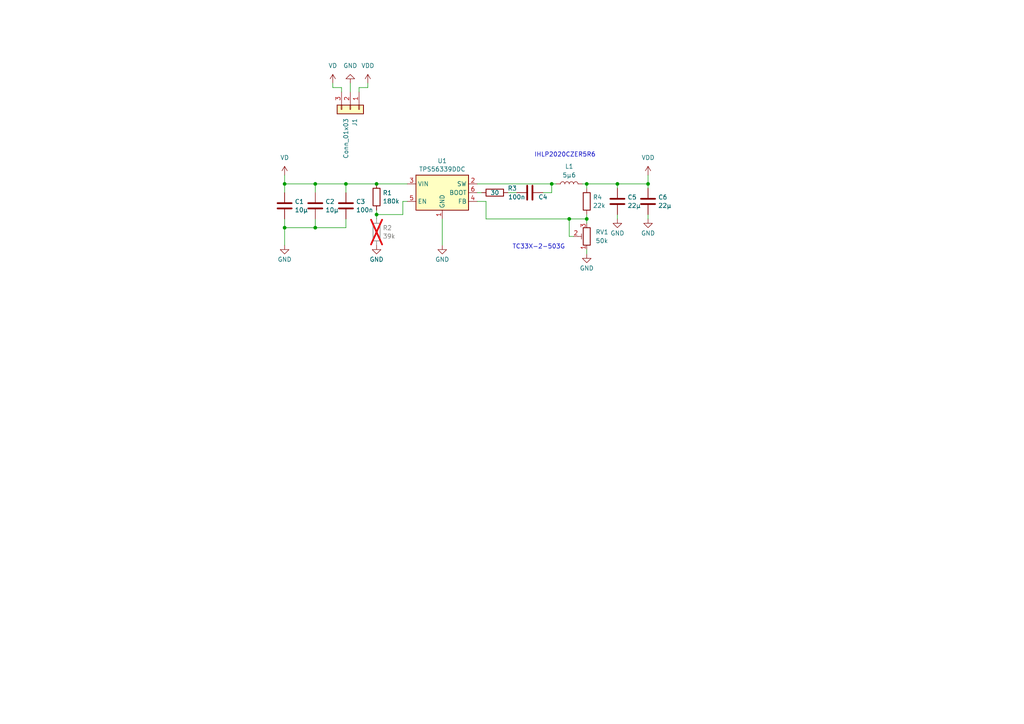
<source format=kicad_sch>
(kicad_sch (version 20230121) (generator eeschema)
  (paper "A4")
  (lib_symbols
    (symbol "Connector_Generic:Conn_01x03" (pin_names (offset 1.016) hide)
      (property "Reference" "J" (at 0 5.08 0))
      (property "Value" "Conn_01x03" (at 0 -5.08 0))
      (symbol "Conn_01x03_1_1"
        (rectangle (start -1.27 -2.413) (end 0 -2.667) (stroke (width 0.1524)))
        (rectangle (start -1.27 0.127) (end 0 -0.127) (stroke (width 0.1524)))
        (rectangle (start -1.27 2.667) (end 0 2.413) (stroke (width 0.1524)))
        (rectangle (start -1.27 3.81) (end 1.27 -3.81) (stroke (width 0.254)) (fill (type background)))
        (pin passive line (at -5.08 2.54 0) (length 3.81) (name "Pin_1") (number "1"))
        (pin passive line (at -5.08 0 0) (length 3.81) (name "Pin_2") (number "2"))
        (pin passive line (at -5.08 -2.54 0) (length 3.81) (name "Pin_3") (number "3"))
      )
    )
    (symbol "Device:C" (pin_numbers hide) (pin_names (offset 0.254))
      (property "Reference" "C" (at 0.635 2.54 0))
      (property "Value" "C" (at 0.635 -2.54 0))
      (symbol "C_0_1"
        (polyline (pts (xy -2.032 -0.762) (xy 2.032 -0.762)) (stroke (width 0.508)))
        (polyline (pts (xy -2.032 0.762) (xy 2.032 0.762)) (stroke (width 0.508)))
      )
      (symbol "C_1_1"
        (pin passive line (at 0 3.81 270) (length 2.794) (name "~") (number "1"))
        (pin passive line (at 0 -3.81 90) (length 2.794) (name "~") (number "2"))
      )
    )
    (symbol "Device:L" (pin_numbers hide) (pin_names (offset 1.016) hide)
      (property "Reference" "L" (at -1.27 0 90))
      (property "Value" "L" (at 1.905 0 90))
      (symbol "L_0_1"
        (arc (start 0 -2.54) (mid 0.6323 -1.905) (end 0 -1.27))
        (arc (start 0 -1.27) (mid 0.6323 -0.635) (end 0 0))
        (arc (start 0 0) (mid 0.6323 0.635) (end 0 1.27))
        (arc (start 0 1.27) (mid 0.6323 1.905) (end 0 2.54))
      )
      (symbol "L_1_1"
        (pin passive line (at 0 3.81 270) (length 1.27) (name "1") (number "1"))
        (pin passive line (at 0 -3.81 90) (length 1.27) (name "2") (number "2"))
      )
    )
    (symbol "Device:R" (pin_numbers hide) (pin_names (offset 0))
      (property "Reference" "R" (at 2.032 0 90))
      (property "Value" "R" (at 0 0 90))
      (symbol "R_0_1"
        (rectangle (start -1.016 -2.54) (end 1.016 2.54) (stroke (width 0.254)))
      )
      (symbol "R_1_1"
        (pin passive line (at 0 3.81 270) (length 1.27) (name "~") (number "1"))
        (pin passive line (at 0 -3.81 90) (length 1.27) (name "~") (number "2"))
      )
    )
    (symbol "Device:R_Potentiometer_Trim" (pin_names (offset 1.016) hide)
      (property "Reference" "RV" (at -4.445 0 90))
      (property "Value" "R_Potentiometer_Trim" (at -2.54 0 90))
      (symbol "R_Potentiometer_Trim_0_1"
        (polyline (pts (xy 1.524 0.762) (xy 1.524 -0.762)))
        (polyline (pts (xy 2.54 0) (xy 1.524 0)))
        (rectangle (start 1.016 2.54) (end -1.016 -2.54) (stroke (width 0.254)))
      )
      (symbol "R_Potentiometer_Trim_1_1"
        (pin passive line (at 0 3.81 270) (length 1.27) (name "1") (number "1"))
        (pin passive line (at 3.81 0 180) (length 1.27) (name "2") (number "2"))
        (pin passive line (at 0 -3.81 90) (length 1.27) (name "3") (number "3"))
      )
    )
    (symbol "Regulator_Switching:TPS56339DDC"
      (property "Reference" "U" (at -7.62 6.35 0))
      (property "Value" "TPS56339DDC" (at -2.54 6.35 0))
      (symbol "TPS56339DDC_0_1"
        (rectangle (start -7.62 5.08) (end 7.62 -5.08) (stroke (width 0.254)) (fill (type background)))
      )
      (symbol "TPS56339DDC_1_1"
        (pin power_in line (at 0 -7.62 90) (length 2.54) (name "GND") (number "1"))
        (pin power_out line (at 10.16 2.54 180) (length 2.54) (name "SW") (number "2"))
        (pin power_in line (at -10.16 2.54 0) (length 2.54) (name "VIN") (number "3"))
        (pin input line (at 10.16 -2.54 180) (length 2.54) (name "FB") (number "4"))
        (pin input line (at -10.16 -2.54 0) (length 2.54) (name "EN") (number "5"))
        (pin passive line (at 10.16 0 180) (length 2.54) (name "BOOT") (number "6"))
      )
    )
    (symbol "power:GND" (power) (pin_names (offset 0))
      (property "Value" "GND" (at 0 -3.81 0))
      (symbol "GND_0_1"
        (polyline (pts (xy 0 0) (xy 0 -1.27) (xy 1.27 -1.27) (xy 0 -2.54) (xy -1.27 -1.27) (xy 0 -1.27)))
      )
      (symbol "GND_1_1"
        (pin power_in line (at 0 0 270) (length 0) hide (name "GND") (number "1"))
      )
    )
    (symbol "power:VD" (power) (pin_names (offset 0))
      (property "Value" "VD" (at 0 3.81 0))
      (symbol "VD_0_1"
        (polyline (pts (xy -0.762 1.27) (xy 0 2.54)))
        (polyline (pts (xy 0 0) (xy 0 2.54)))
        (polyline (pts (xy 0 2.54) (xy 0.762 1.27)))
      )
      (symbol "VD_1_1"
        (pin power_in line (at 0 0 90) (length 0) hide (name "VD") (number "1"))
      )
    )
    (symbol "power:VDD" (power) (pin_names (offset 0))
      (property "Value" "VDD" (at 0 3.81 0))
      (symbol "VDD_0_1"
        (polyline (pts (xy -0.762 1.27) (xy 0 2.54)))
        (polyline (pts (xy 0 0) (xy 0 2.54)))
        (polyline (pts (xy 0 2.54) (xy 0.762 1.27)))
      )
      (symbol "VDD_1_1"
        (pin power_in line (at 0 0 90) (length 0) hide (name "VDD") (number "1"))
      )
    )
  )
  (junction (at 109.22 53.34))
  (junction (at 170.18 63.5))
  (junction (at 91.44 66.04))
  (junction (at 165.1 63.5))
  (junction (at 91.44 53.34))
  (junction (at 187.96 53.34))
  (junction (at 82.55 53.34))
  (junction (at 82.55 66.04))
  (junction (at 100.33 53.34))
  (junction (at 160.02 53.34))
  (junction (at 179.07 53.34))
  (junction (at 109.22 62.23))
  (junction (at 170.18 53.34))
  (wire (pts (xy 104.14 25.4) (xy 106.68 25.4)))
  (wire (pts (xy 170.18 53.34) (xy 179.07 53.34)))
  (wire (pts (xy 160.02 55.88) (xy 157.48 55.88)))
  (wire (pts (xy 82.55 53.34) (xy 82.55 55.88)))
  (wire (pts (xy 116.84 58.42) (xy 118.11 58.42)))
  (wire (pts (xy 165.1 63.5) (xy 170.18 63.5)))
  (wire (pts (xy 109.22 60.96) (xy 109.22 62.23)))
  (wire (pts (xy 100.33 53.34) (xy 109.22 53.34)))
  (wire (pts (xy 165.1 68.58) (xy 165.1 63.5)))
  (wire (pts (xy 91.44 53.34) (xy 100.33 53.34)))
  (wire (pts (xy 82.55 66.04) (xy 82.55 71.12)))
  (wire (pts (xy 179.07 62.23) (xy 179.07 63.5)))
  (wire (pts (xy 91.44 66.04) (xy 82.55 66.04)))
  (wire (pts (xy 128.27 71.12) (xy 128.27 63.5)))
  (wire (pts (xy 170.18 72.39) (xy 170.18 73.66)))
  (wire (pts (xy 160.02 53.34) (xy 160.02 55.88)))
  (wire (pts (xy 99.06 25.4) (xy 96.52 25.4)))
  (wire (pts (xy 109.22 53.34) (xy 118.11 53.34)))
  (wire (pts (xy 179.07 53.34) (xy 179.07 54.61)))
  (wire (pts (xy 166.37 68.58) (xy 165.1 68.58)))
  (wire (pts (xy 116.84 62.23) (xy 116.84 58.42)))
  (wire (pts (xy 96.52 25.4) (xy 96.52 24.13)))
  (wire (pts (xy 160.02 53.34) (xy 161.29 53.34)))
  (wire (pts (xy 109.22 62.23) (xy 109.22 63.5)))
  (wire (pts (xy 100.33 63.5) (xy 100.33 66.04)))
  (wire (pts (xy 138.43 53.34) (xy 160.02 53.34)))
  (wire (pts (xy 100.33 53.34) (xy 100.33 55.88)))
  (wire (pts (xy 104.14 26.67) (xy 104.14 25.4)))
  (wire (pts (xy 106.68 25.4) (xy 106.68 24.13)))
  (wire (pts (xy 100.33 66.04) (xy 91.44 66.04)))
  (wire (pts (xy 170.18 53.34) (xy 170.18 54.61)))
  (wire (pts (xy 91.44 55.88) (xy 91.44 53.34)))
  (wire (pts (xy 109.22 62.23) (xy 116.84 62.23)))
  (wire (pts (xy 82.55 53.34) (xy 91.44 53.34)))
  (wire (pts (xy 91.44 63.5) (xy 91.44 66.04)))
  (wire (pts (xy 147.32 55.88) (xy 149.86 55.88)))
  (wire (pts (xy 187.96 53.34) (xy 187.96 54.61)))
  (wire (pts (xy 140.97 58.42) (xy 140.97 63.5)))
  (wire (pts (xy 187.96 50.8) (xy 187.96 53.34)))
  (wire (pts (xy 99.06 26.67) (xy 99.06 25.4)))
  (wire (pts (xy 170.18 63.5) (xy 170.18 64.77)))
  (wire (pts (xy 82.55 50.8) (xy 82.55 53.34)))
  (wire (pts (xy 138.43 58.42) (xy 140.97 58.42)))
  (wire (pts (xy 101.6 24.13) (xy 101.6 26.67)))
  (wire (pts (xy 140.97 63.5) (xy 165.1 63.5)))
  (wire (pts (xy 187.96 62.23) (xy 187.96 63.5)))
  (wire (pts (xy 82.55 63.5) (xy 82.55 66.04)))
  (wire (pts (xy 179.07 53.34) (xy 187.96 53.34)))
  (wire (pts (xy 170.18 62.23) (xy 170.18 63.5)))
  (wire (pts (xy 168.91 53.34) (xy 170.18 53.34)))
  (wire (pts (xy 138.43 55.88) (xy 139.7 55.88)))
  (text "TC33X-2-503G" (at 148.59 72.39 0) (effects (font (size 1.27 1.27)) (justify left bottom)))
  (text "IHLP2020CZER5R6" (at 154.94 45.72 0) (effects (font (size 1.27 1.27)) (justify left bottom)))
  (symbol (lib_id "power:GND") (at 82.55 71.12 0) (unit 1)
    (property "Reference" "#PWR01" (effects hide))
    (property "Value" "GND" (at 82.55 75.2531 0))
  )
  (symbol (lib_id "Device:R") (at 109.22 57.15 0) (unit 1)
    (property "Reference" "R1" (at 110.998 55.9379 0) (effects (justify left)))
    (property "Value" "180k" (at 110.998 58.3621 0) (effects (justify left)))
    (property "Footprint" "Resistor_SMD:R_0603_1608Metric" (effects hide))
  )
  (symbol (lib_id "power:GND") (at 101.6 24.13 180) (unit 1)
    (property "Reference" "#PWR010" (effects hide))
    (property "Value" "GND" (at 101.6 19.05 0))
  )
  (symbol (lib_id "Device:C") (at 187.96 58.42 0) (unit 1)
    (property "Reference" "C6" (at 190.881 57.2079 0) (effects (justify left)))
    (property "Value" "22µ" (at 190.881 59.6321 0) (effects (justify left)))
    (property "Footprint" "Capacitor_SMD:C_0805_2012Metric" (effects hide))
  )
  (symbol (lib_id "Device:R") (at 143.51 55.88 270) (unit 1)
    (property "Reference" "R3" (at 148.59 54.61 90))
    (property "Value" "30" (at 143.51 55.88 90))
    (property "Footprint" "Resistor_SMD:R_0603_1608Metric" (effects hide))
  )
  (symbol (lib_id "power:VD") (at 82.55 50.8 0) (unit 1)
    (property "Reference" "#PWR02" (effects hide))
    (property "Value" "VD" (at 82.55 45.72 0))
  )
  (symbol (lib_id "power:VDD") (at 187.96 50.8 0) (unit 1)
    (property "Reference" "#PWR07" (effects hide))
    (property "Value" "VDD" (at 187.96 45.72 0))
  )
  (symbol (lib_id "power:GND") (at 187.96 63.5 0) (unit 1)
    (property "Reference" "#PWR08" (effects hide))
    (property "Value" "GND" (at 187.96 67.6331 0))
  )
  (symbol (lib_id "Device:C") (at 100.33 59.69 0) (unit 1)
    (property "Reference" "C3" (at 103.251 58.4779 0) (effects (justify left)))
    (property "Value" "100n" (at 103.251 60.9021 0) (effects (justify left)))
    (property "Footprint" "Capacitor_SMD:C_0603_1608Metric" (effects hide))
  )
  (symbol (lib_id "power:VD") (at 96.52 24.13 0) (unit 1)
    (property "Reference" "#PWR09" (effects hide))
    (property "Value" "VD" (at 96.52 19.05 0))
  )
  (symbol (lib_id "power:GND") (at 109.22 71.12 0) (unit 1)
    (property "Reference" "#PWR03" (effects hide))
    (property "Value" "GND" (at 109.22 75.2531 0))
  )
  (symbol (lib_id "Device:R") (at 109.22 67.31 0) (unit 1) (in_bom no) (dnp yes)
    (property "Reference" "R2" (at 110.998 66.0979 0) (effects (justify left)))
    (property "Value" "39k" (at 110.998 68.5221 0) (effects (justify left)))
    (property "Footprint" "Resistor_SMD:R_0603_1608Metric" (effects hide))
  )
  (symbol (lib_id "Device:C") (at 153.67 55.88 90) (unit 1)
    (property "Reference" "C4" (at 157.48 57.15 90))
    (property "Value" "100n" (at 149.86 57.15 90))
    (property "Footprint" "Capacitor_SMD:C_0603_1608Metric" (effects hide))
  )
  (symbol (lib_id "power:GND") (at 179.07 63.5 0) (unit 1)
    (property "Reference" "#PWR06" (effects hide))
    (property "Value" "GND" (at 179.07 67.6331 0))
  )
  (symbol (lib_id "power:GND") (at 170.18 73.66 0) (unit 1)
    (property "Reference" "#PWR05" (effects hide))
    (property "Value" "GND" (at 170.18 77.7931 0))
  )
  (symbol (lib_id "Device:R_Potentiometer_Trim") (at 170.18 68.58 180) (unit 1)
    (property "Reference" "RV1" (at 172.72 67.31 0) (effects (justify right)))
    (property "Value" "50k" (at 172.72 69.85 0) (effects (justify right)))
    (property "Footprint" "Potentiometer_SMD:Potentiometer_Bourns_TC33X_Vertical" (effects hide))
  )
  (symbol (lib_id "Device:C") (at 179.07 58.42 0) (unit 1)
    (property "Reference" "C5" (at 181.991 57.2079 0) (effects (justify left)))
    (property "Value" "22µ" (at 181.991 59.6321 0) (effects (justify left)))
    (property "Footprint" "Capacitor_SMD:C_0805_2012Metric" (effects hide))
  )
  (symbol (lib_id "Regulator_Switching:TPS56339DDC") (at 128.27 55.88 0) (unit 1)
    (property "Reference" "U1" (at 128.27 46.6557 0))
    (property "Value" "TPS56339DDC" (at 128.27 49.0799 0))
    (property "Footprint" "Package_TO_SOT_SMD:SOT-23-6" (effects hide))
    (property "Datasheet" "https://www.ti.com/lit/ds/symlink/tps56339.pdf" (effects hide))
  )
  (symbol (lib_id "Device:C") (at 91.44 59.69 0) (unit 1)
    (property "Reference" "C2" (at 94.361 58.4779 0) (effects (justify left)))
    (property "Value" "10µ" (at 94.361 60.9021 0) (effects (justify left)))
    (property "Footprint" "Capacitor_SMD:C_0603_1608Metric" (effects hide))
  )
  (symbol (lib_id "power:VDD") (at 106.68 24.13 0) (unit 1)
    (property "Reference" "#PWR011" (effects hide))
    (property "Value" "VDD" (at 106.68 19.05 0))
  )
  (symbol (lib_id "Connector_Generic:Conn_01x03") (at 101.6 31.75 270) (unit 1)
    (property "Reference" "J1" (at 102.87 34.29 0) (effects (justify left)))
    (property "Value" "Conn_01x03" (at 100.33 34.29 0) (effects (justify left)))
    (property "Footprint" "Connector_PinHeader_2.54mm:PinHeader_1x03_P2.54mm_Vertical" (effects hide))
  )
  (symbol (lib_id "Device:R") (at 170.18 58.42 0) (unit 1)
    (property "Reference" "R4" (at 171.958 57.2079 0) (effects (justify left)))
    (property "Value" "22k" (at 171.958 59.6321 0) (effects (justify left)))
    (property "Footprint" "Resistor_SMD:R_0603_1608Metric" (effects hide))
  )
  (symbol (lib_id "power:GND") (at 128.27 71.12 0) (unit 1)
    (property "Reference" "#PWR04" (effects hide))
    (property "Value" "GND" (at 128.27 75.2531 0))
  )
  (symbol (lib_id "Device:C") (at 82.55 59.69 0) (unit 1)
    (property "Reference" "C1" (at 85.471 58.4779 0) (effects (justify left)))
    (property "Value" "10µ" (at 85.471 60.9021 0) (effects (justify left)))
    (property "Footprint" "Capacitor_SMD:C_0603_1608Metric" (effects hide))
  )
  (symbol (lib_id "Device:L") (at 165.1 53.34 90) (unit 1)
    (property "Reference" "L1" (at 165.1 48.26 90))
    (property "Value" "5µ6" (at 165.1 50.8 90))
    (property "Footprint" "Inductor_SMD:L_Vishay_IHLP-2020" (effects hide))
    (property "Datasheet" "https://www.vishay.com/docs/34363/ihlp4040dz8a.pdf" (effects hide))
  )
)
</source>
